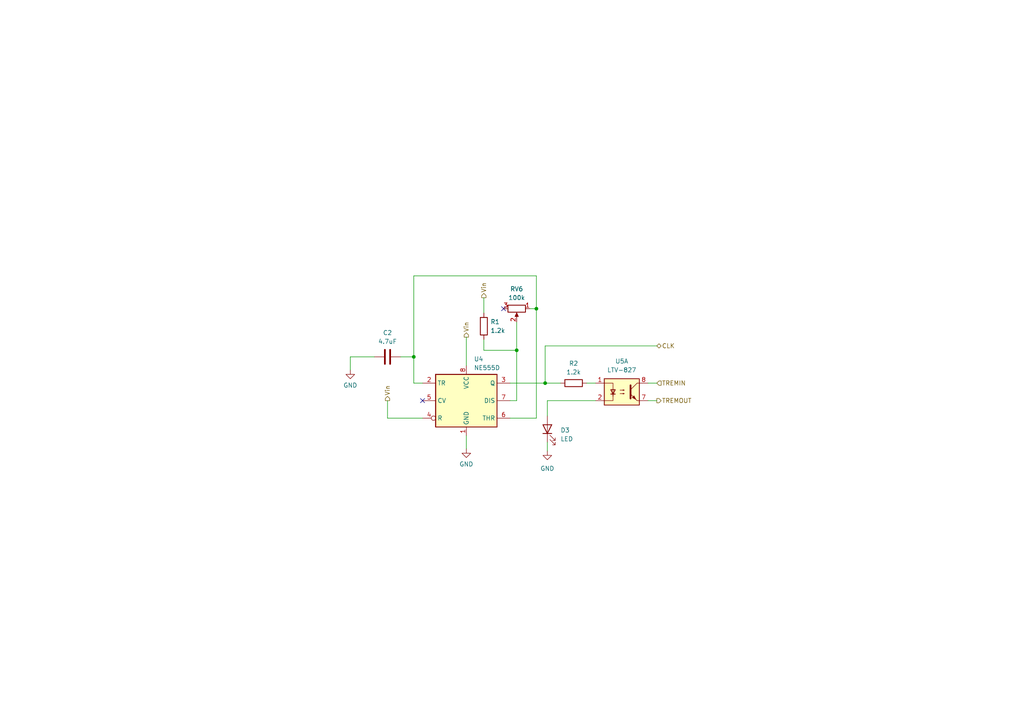
<source format=kicad_sch>
(kicad_sch (version 20231120) (generator "eeschema") (generator_version "8.0")
  (paper "A4")
  (title_block (title "Tremolo Effect") (date "2024-11-07") (rev "2.0") (company "Portland State University") (comment 1 "Open Source Hardware") (comment 2 "Design: Eric Sanman, Sierra Buckley, Chuong Vo, Chris Crider"))
  (lib_symbols
    (symbol "Device:C" (pin_numbers hide) (pin_names (offset 0.254))
      (property "Reference" "C" (at 0.635 2.54 0))
      (property "Value" "C" (at 0.635 -2.54 0))
      (symbol "C_0_1"
        (polyline (pts (xy -2.032 -0.762) (xy 2.032 -0.762)) (stroke (width 0.508)))
        (polyline (pts (xy -2.032 0.762) (xy 2.032 0.762)) (stroke (width 0.508)))
      )
      (symbol "C_1_1"
        (pin passive line (at 0 3.81 270) (length 2.794) (name "~") (number "1"))
        (pin passive line (at 0 -3.81 90) (length 2.794) (name "~") (number "2"))
      )
    )
    (symbol "Device:LED" (pin_numbers hide) (pin_names (offset 1.016) hide)
      (property "Reference" "D" (at 0 2.54 0))
      (property "Value" "LED" (at 0 -2.54 0))
      (symbol "LED_0_1"
        (polyline (pts (xy -1.27 -1.27) (xy -1.27 1.27)) (stroke (width 0.254)))
        (polyline (pts (xy -1.27 0) (xy 1.27 0)))
        (polyline (pts (xy 1.27 -1.27) (xy 1.27 1.27) (xy -1.27 0) (xy 1.27 -1.27)) (stroke (width 0.254)))
        (polyline (pts (xy -3.048 -0.762) (xy -4.572 -2.286) (xy -3.81 -2.286) (xy -4.572 -2.286) (xy -4.572 -1.524)))
        (polyline (pts (xy -1.778 -0.762) (xy -3.302 -2.286) (xy -2.54 -2.286) (xy -3.302 -2.286) (xy -3.302 -1.524)))
      )
      (symbol "LED_1_1"
        (pin passive line (at -3.81 0 0) (length 2.54) (name "K") (number "1"))
        (pin passive line (at 3.81 0 180) (length 2.54) (name "A") (number "2"))
      )
    )
    (symbol "Device:R" (pin_numbers hide) (pin_names (offset 0))
      (property "Reference" "R" (at 2.032 0 90))
      (property "Value" "R" (at 0 0 90))
      (symbol "R_0_1"
        (rectangle (start -1.016 -2.54) (end 1.016 2.54) (stroke (width 0.254)))
      )
      (symbol "R_1_1"
        (pin passive line (at 0 3.81 270) (length 1.27) (name "~") (number "1"))
        (pin passive line (at 0 -3.81 90) (length 1.27) (name "~") (number "2"))
      )
    )
    (symbol "Device:R_Potentiometer" (pin_names (offset 1.016) hide)
      (property "Reference" "RV" (at -4.445 0 90))
      (property "Value" "R_Potentiometer" (at -2.54 0 90))
      (symbol "R_Potentiometer_0_1"
        (polyline (pts (xy 2.54 0) (xy 1.524 0)))
        (polyline (pts (xy 1.143 0) (xy 2.286 0.508) (xy 2.286 -0.508) (xy 1.143 0)) (fill (type outline)))
        (rectangle (start 1.016 2.54) (end -1.016 -2.54) (stroke (width 0.254)))
      )
      (symbol "R_Potentiometer_1_1"
        (pin passive line (at 0 3.81 270) (length 1.27) (name "1") (number "1"))
        (pin passive line (at 3.81 0 180) (length 1.27) (name "2") (number "2"))
        (pin passive line (at 0 -3.81 90) (length 1.27) (name "3") (number "3"))
      )
    )
    (symbol "Isolator:LTV-827" (pin_names (offset 1.016))
      (property "Reference" "U" (at -5.08 5.08 0))
      (property "Value" "LTV-827" (at 0 5.08 0))
      (symbol "LTV-827_0_1"
        (rectangle (start -5.08 3.81) (end 5.08 -3.81) (stroke (width 0.254)) (fill (type background)))
        (polyline (pts (xy -3.175 -0.635) (xy -1.905 -0.635)) (stroke (width 0.254)))
        (polyline (pts (xy 2.54 0.635) (xy 4.445 2.54)))
        (polyline (pts (xy 4.445 -2.54) (xy 2.54 -0.635)) (fill (type outline)))
        (polyline (pts (xy 4.445 -2.54) (xy 5.08 -2.54)))
        (polyline (pts (xy 4.445 2.54) (xy 5.08 2.54)))
        (polyline (pts (xy -2.54 -0.635) (xy -2.54 -2.54) (xy -5.08 -2.54)))
        (polyline (pts (xy 2.54 1.905) (xy 2.54 -1.905) (xy 2.54 -1.905)) (stroke (width 0.508)))
        (polyline (pts (xy -5.08 2.54) (xy -2.54 2.54) (xy -2.54 -1.27) (xy -2.54 0.635)))
        (polyline (pts (xy -2.54 -0.635) (xy -3.175 0.635) (xy -1.905 0.635) (xy -2.54 -0.635)) (stroke (width 0.254)))
        (polyline (pts (xy -0.508 -0.508) (xy 0.762 -0.508) (xy 0.381 -0.635) (xy 0.381 -0.381) (xy 0.762 -0.508)))
        (polyline (pts (xy -0.508 0.508) (xy 0.762 0.508) (xy 0.381 0.381) (xy 0.381 0.635) (xy 0.762 0.508)))
        (polyline (pts (xy 3.048 -1.651) (xy 3.556 -1.143) (xy 4.064 -2.159) (xy 3.048 -1.651) (xy 3.048 -1.651)) (fill (type outline)))
      )
      (symbol "LTV-827_1_1"
        (pin passive line (at -7.62 2.54 0) (length 2.54) (name "~") (number "1"))
        (pin passive line (at -7.62 -2.54 0) (length 2.54) (name "~") (number "2"))
        (pin passive line (at 7.62 -2.54 180) (length 2.54) (name "~") (number "7"))
        (pin passive line (at 7.62 2.54 180) (length 2.54) (name "~") (number "8"))
      )
      (symbol "LTV-827_2_1"
        (pin passive line (at -7.62 2.54 0) (length 2.54) (name "~") (number "3"))
        (pin passive line (at -7.62 -2.54 0) (length 2.54) (name "~") (number "4"))
        (pin passive line (at 7.62 -2.54 180) (length 2.54) (name "~") (number "5"))
        (pin passive line (at 7.62 2.54 180) (length 2.54) (name "~") (number "6"))
      )
    )
    (symbol "Timer:NE555D"
      (property "Reference" "U" (at -10.16 8.89 0))
      (property "Value" "NE555D" (at 2.54 8.89 0))
      (symbol "NE555D_0_0"
        (pin power_in line (at 0 -10.16 90) (length 2.54) (name "GND") (number "1"))
        (pin power_in line (at 0 10.16 270) (length 2.54) (name "VCC") (number "8"))
      )
      (symbol "NE555D_0_1"
        (rectangle (start -8.89 -7.62) (end 8.89 7.62) (stroke (width 0.254)) (fill (type background)))
        (rectangle (start -8.89 -7.62) (end 8.89 7.62) (stroke (width 0.254)) (fill (type background)))
      )
      (symbol "NE555D_1_1"
        (pin input line (at -12.7 5.08 0) (length 3.81) (name "TR") (number "2"))
        (pin output line (at 12.7 5.08 180) (length 3.81) (name "Q") (number "3"))
        (pin input inverted (at -12.7 -5.08 0) (length 3.81) (name "R") (number "4"))
        (pin input line (at -12.7 0 0) (length 3.81) (name "CV") (number "5"))
        (pin input line (at 12.7 -5.08 180) (length 3.81) (name "THR") (number "6"))
        (pin input line (at 12.7 0 180) (length 3.81) (name "DIS") (number "7"))
      )
    )
    (symbol "power:GND" (power) (pin_numbers hide) (pin_names (offset 0) hide)
      (property "Value" "GND" (at 0 -3.81 0))
      (symbol "GND_0_1"
        (polyline (pts (xy 0 0) (xy 0 -1.27) (xy 1.27 -1.27) (xy 0 -2.54) (xy -1.27 -1.27) (xy 0 -1.27)))
      )
      (symbol "GND_1_1"
        (pin power_in line (at 0 0 270) (length 0) (name "~") (number "1"))
      )
    )
  )
  (junction (at 149.86 101.6))
  (junction (at 155.575 89.535))
  (junction (at 120.015 103.505))
  (junction (at 158.115 111.125))
  (no_connect (at 122.555 116.205))
  (no_connect (at 146.05 89.535))
  (wire (pts (xy 140.335 101.6) (xy 149.86 101.6)))
  (wire (pts (xy 140.335 86.36) (xy 140.335 90.805)))
  (wire (pts (xy 147.955 111.125) (xy 158.115 111.125)))
  (wire (pts (xy 147.955 121.285) (xy 155.575 121.285)))
  (wire (pts (xy 108.585 103.505) (xy 101.6 103.505)))
  (wire (pts (xy 120.015 80.01) (xy 120.015 103.505)))
  (wire (pts (xy 112.395 121.285) (xy 122.555 121.285)))
  (wire (pts (xy 149.86 101.6) (xy 149.86 116.205)))
  (wire (pts (xy 187.96 111.125) (xy 190.5 111.125)))
  (wire (pts (xy 116.205 103.505) (xy 120.015 103.505)))
  (wire (pts (xy 149.86 93.345) (xy 149.86 101.6)))
  (wire (pts (xy 158.115 111.125) (xy 162.56 111.125)))
  (wire (pts (xy 187.96 116.205) (xy 190.5 116.205)))
  (wire (pts (xy 170.18 111.125) (xy 172.72 111.125)))
  (wire (pts (xy 155.575 80.01) (xy 120.015 80.01)))
  (wire (pts (xy 190.5 100.33) (xy 158.115 100.33)))
  (wire (pts (xy 158.115 100.33) (xy 158.115 111.125)))
  (wire (pts (xy 135.255 97.79) (xy 135.255 106.045)))
  (wire (pts (xy 158.75 128.27) (xy 158.75 130.81)))
  (wire (pts (xy 140.335 98.425) (xy 140.335 101.6)))
  (wire (pts (xy 101.6 103.505) (xy 101.6 107.315)))
  (wire (pts (xy 158.75 116.205) (xy 158.75 120.65)))
  (wire (pts (xy 112.395 116.205) (xy 112.395 121.285)))
  (wire (pts (xy 155.575 89.535) (xy 155.575 80.01)))
  (wire (pts (xy 120.015 111.125) (xy 122.555 111.125)))
  (wire (pts (xy 120.015 103.505) (xy 120.015 111.125)))
  (wire (pts (xy 147.955 116.205) (xy 149.86 116.205)))
  (wire (pts (xy 155.575 121.285) (xy 155.575 89.535)))
  (wire (pts (xy 135.255 126.365) (xy 135.255 130.175)))
  (wire (pts (xy 155.575 89.535) (xy 153.67 89.535)))
  (wire (pts (xy 172.72 116.205) (xy 158.75 116.205)))
  (hierarchical_label "Vin" (shape output) (at 135.255 97.79 90))
  (hierarchical_label "Vin" (shape output) (at 112.395 116.205 90))
  (hierarchical_label "CLK" (shape bidirectional) (at 190.5 100.33 0))
  (hierarchical_label "Vin" (shape output) (at 140.335 86.36 90))
  (hierarchical_label "TREMOUT" (shape output) (at 190.5 116.205 0))
  (hierarchical_label "TREMIN" (shape input) (at 190.5 111.125 0))
  (symbol (lib_id "Timer:NE555D") (at 135.255 116.205 0) (unit 1)
    (property "Reference" "U4" (at 137.4491 104.14 0) (effects (justify left)))
    (property "Value" "NE555D" (at 137.4491 106.68 0) (effects (justify left)))
    (property "Footprint" "Package_SO:SOIC-8_3.9x4.9mm_P1.27mm" (effects (hide yes)))
    (property "Datasheet" "http://www.ti.com/lit/ds/symlink/ne555.pdf" (effects (hide yes)))
    (property "Description" "Precision Timers, 555 compatible, SOIC-8" (effects (hide yes)))
    (property "Part Origin" "DK" (effects (hide yes)))
  )
  (symbol (lib_id "power:GND") (at 135.255 130.175 0) (unit 1)
    (property "Reference" "#PWR07" (effects (hide yes)))
    (property "Value" "GND" (at 135.255 134.62 0))
    (property "Description" "Power symbol creates a global label with name \"GND\" , ground" (effects (hide yes)))
  )
  (symbol (lib_id "Device:C") (at 112.395 103.505 90) (unit 1)
    (property "Reference" "C2" (at 112.395 96.52 90))
    (property "Value" "4.7uF" (at 112.395 99.06 90))
    (property "Footprint" "Capacitor_SMD:C_1206_3216Metric_Pad1.33x1.80mm_HandSolder" (effects (hide yes)))
    (property "Description" "Unpolarized capacitor" (effects (hide yes)))
    (property "Part Number" "CL31B475KAHNNNE" (effects (hide yes)))
    (property "Part Origin" "DK" (effects (hide yes)))
    (property "On Hand (On Way)" "(100)" (effects (hide yes)))
  )
  (symbol (lib_id "Device:R") (at 140.335 94.615 0) (unit 1)
    (property "Reference" "R1" (at 142.24 93.3449 0) (effects (justify left)))
    (property "Value" "1.2k" (at 142.24 95.8849 0) (effects (justify left)))
    (property "Footprint" "Resistor_SMD:R_0805_2012Metric_Pad1.20x1.40mm_HandSolder" (effects (hide yes)))
    (property "Description" "Resistor" (effects (hide yes)))
    (property "Part Origin" "DK" (effects (hide yes)))
  )
  (symbol (lib_id "power:GND") (at 158.75 130.81 0) (unit 1)
    (property "Reference" "#PWR010" (effects (hide yes)))
    (property "Value" "GND" (at 158.75 135.89 0))
    (property "Description" "Power symbol creates a global label with name \"GND\" , ground" (effects (hide yes)))
  )
  (symbol (lib_id "power:GND") (at 101.6 107.315 0) (unit 1)
    (property "Reference" "#PWR08" (effects (hide yes)))
    (property "Value" "GND" (at 101.6 111.76 0))
    (property "Description" "Power symbol creates a global label with name \"GND\" , ground" (effects (hide yes)))
  )
  (symbol (lib_id "Device:R_Potentiometer") (at 149.86 89.535 270) (unit 1)
    (property "Reference" "RV6" (at 149.86 83.82 90))
    (property "Value" "100k" (at 149.86 86.36 90))
    (property "Footprint" "Connector_PinSocket_2.54mm:PinSocket_1x03_P2.54mm_Vertical" (effects (hide yes)))
    (property "Description" "Potentiometer" (effects (hide yes)))
    (property "Part Origin" "DK" (effects (hide yes)))
  )
  (symbol (lib_id "Device:R") (at 166.37 111.125 90) (unit 1)
    (property "Reference" "R2" (at 166.37 105.41 90))
    (property "Value" "1.2k" (at 166.37 107.95 90))
    (property "Footprint" "Resistor_SMD:R_0805_2012Metric_Pad1.20x1.40mm_HandSolder" (effects (hide yes)))
    (property "Description" "Resistor" (effects (hide yes)))
    (property "Part Origin" "DK" (effects (hide yes)))
  )
  (symbol (lib_id "Device:LED") (at 158.75 124.46 90) (unit 1)
    (property "Reference" "D3" (at 162.56 124.7774 90) (effects (justify right)))
    (property "Value" "LED" (at 162.56 127.3174 90) (effects (justify right)))
    (property "Footprint" "LED_THT:LED_D5.0mm" (effects (hide yes)))
    (property "Description" "Light emitting diode" (effects (hide yes)))
    (property "Part Origin" "DK" (effects (hide yes)))
  )
  (symbol (lib_id "Isolator:LTV-827") (at 180.34 113.665 0) (unit 1)
    (property "Reference" "U5" (at 180.34 104.775 0))
    (property "Value" "LTV-827" (at 180.34 107.315 0))
    (property "Footprint" "Package_DIP:DIP-8_W7.62mm" (effects (hide yes)))
    (property "Datasheet" "http://optoelectronics.liteon.com/upload/download/DS-70-96-0016/LTV-8X7%20series%20201610%20.pdf" (effects (hide yes)))
    (property "Description" "Dual DC Optocoupler, Vce 35V, CTR 50%, DIP-8" (effects (hide yes)))
    (property "Part Origin" "SBP" (effects (hide yes)))
  )
)
</source>
